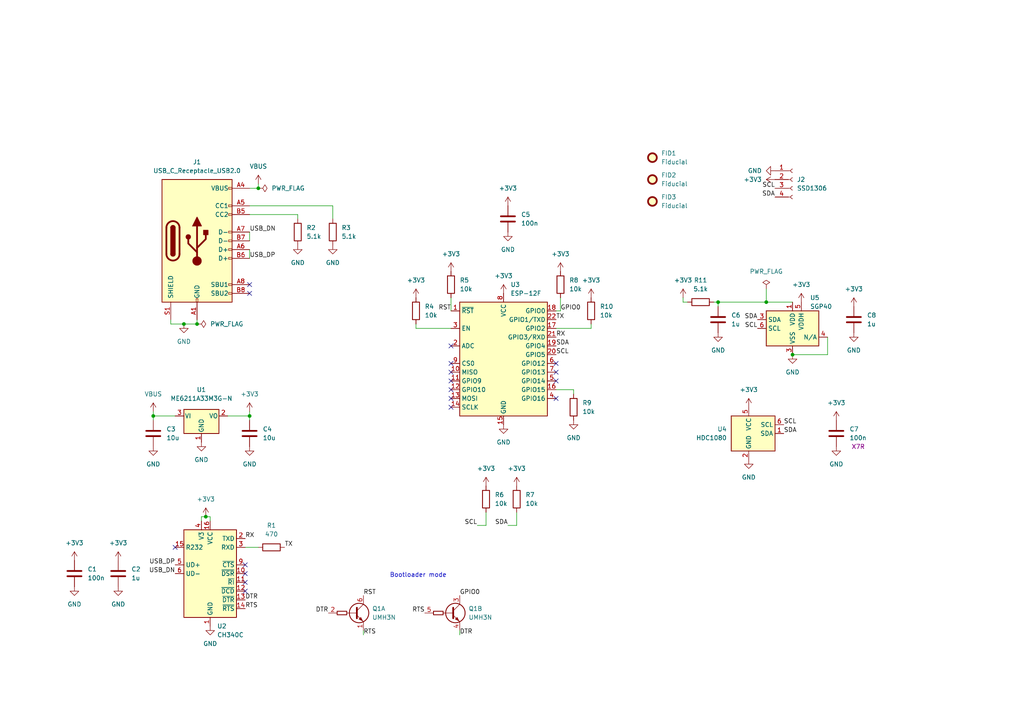
<source format=kicad_sch>
(kicad_sch (version 20211123) (generator eeschema)
  (paper "A4")
  (lib_symbols
    (symbol "Connector:Conn_01x04_Female" (pin_names (offset 1.016) hide)
      (property "Reference" "J" (at 0 5.08 0))
      (property "Value" "Conn_01x04_Female" (at 0 -7.62 0))
      (symbol "Conn_01x04_Female_1_1"
        (arc (start 0 -4.572) (mid -0.508 -5.08) (end 0 -5.588) (stroke (width 0.1524)))
        (arc (start 0 -2.032) (mid -0.508 -2.54) (end 0 -3.048) (stroke (width 0.1524)))
        (polyline (pts (xy -1.27 -5.08) (xy -0.508 -5.08)) (stroke (width 0.1524)))
        (polyline (pts (xy -1.27 -2.54) (xy -0.508 -2.54)) (stroke (width 0.1524)))
        (polyline (pts (xy -1.27 0) (xy -0.508 0)) (stroke (width 0.1524)))
        (polyline (pts (xy -1.27 2.54) (xy -0.508 2.54)) (stroke (width 0.1524)))
        (arc (start 0 0.508) (mid -0.508 0) (end 0 -0.508) (stroke (width 0.1524)))
        (arc (start 0 3.048) (mid -0.508 2.54) (end 0 2.032) (stroke (width 0.1524)))
        (pin passive line (at -5.08 2.54 0) (length 3.81) (name "Pin_1") (number "1"))
        (pin passive line (at -5.08 0 0) (length 3.81) (name "Pin_2") (number "2"))
        (pin passive line (at -5.08 -2.54 0) (length 3.81) (name "Pin_3") (number "3"))
        (pin passive line (at -5.08 -5.08 0) (length 3.81) (name "Pin_4") (number "4"))
      )
    )
    (symbol "Connector:USB_C_Receptacle_USB2.0" (pin_names (offset 1.016))
      (property "Reference" "J" (at -10.16 19.05 0))
      (property "Value" "USB_C_Receptacle_USB2.0" (at 19.05 19.05 0))
      (symbol "USB_C_Receptacle_USB2.0_0_0"
        (rectangle (start -0.254 -17.78) (end 0.254 -16.764))
        (rectangle (start 10.16 -14.986) (end 9.144 -15.494))
        (rectangle (start 10.16 -12.446) (end 9.144 -12.954))
        (rectangle (start 10.16 -4.826) (end 9.144 -5.334))
        (rectangle (start 10.16 -2.286) (end 9.144 -2.794))
        (rectangle (start 10.16 0.254) (end 9.144 -0.254))
        (rectangle (start 10.16 2.794) (end 9.144 2.286))
        (rectangle (start 10.16 7.874) (end 9.144 7.366))
        (rectangle (start 10.16 10.414) (end 9.144 9.906))
        (rectangle (start 10.16 15.494) (end 9.144 14.986))
      )
      (symbol "USB_C_Receptacle_USB2.0_0_1"
        (rectangle (start -10.16 17.78) (end 10.16 -17.78) (stroke (width 0.254)) (fill (type background)))
        (arc (start -8.89 -3.81) (mid -6.985 -5.715) (end -5.08 -3.81) (stroke (width 0.508)))
        (arc (start -7.62 -3.81) (mid -6.985 -4.445) (end -6.35 -3.81) (stroke (width 0.254)))
        (arc (start -7.62 -3.81) (mid -6.985 -4.445) (end -6.35 -3.81) (stroke (width 0.254)) (fill (type outline)))
        (rectangle (start -7.62 -3.81) (end -6.35 3.81) (stroke (width 0.254)) (fill (type outline)))
        (arc (start -6.35 3.81) (mid -6.985 4.445) (end -7.62 3.81) (stroke (width 0.254)))
        (arc (start -6.35 3.81) (mid -6.985 4.445) (end -7.62 3.81) (stroke (width 0.254)) (fill (type outline)))
        (arc (start -5.08 3.81) (mid -6.985 5.715) (end -8.89 3.81) (stroke (width 0.508)))
        (circle (center -2.54 1.143) (radius 0.635) (stroke (width 0.254)) (fill (type outline)))
        (circle (center 0 -5.842) (radius 1.27) (fill (type outline)))
        (polyline (pts (xy -8.89 -3.81) (xy -8.89 3.81)) (stroke (width 0.508)))
        (polyline (pts (xy -5.08 3.81) (xy -5.08 -3.81)) (stroke (width 0.508)))
        (polyline (pts (xy 0 -5.842) (xy 0 4.318)) (stroke (width 0.508)))
        (polyline (pts (xy 0 -3.302) (xy -2.54 -0.762) (xy -2.54 0.508)) (stroke (width 0.508)))
        (polyline (pts (xy 0 -2.032) (xy 2.54 0.508) (xy 2.54 1.778)) (stroke (width 0.508)))
        (polyline (pts (xy -1.27 4.318) (xy 0 6.858) (xy 1.27 4.318) (xy -1.27 4.318)) (stroke (width 0.254)) (fill (type outline)))
        (rectangle (start 1.905 1.778) (end 3.175 3.048) (stroke (width 0.254)) (fill (type outline)))
      )
      (symbol "USB_C_Receptacle_USB2.0_1_1"
        (pin passive line (at 0 -22.86 90) (length 5.08) (name "GND") (number "A1"))
        (pin passive line (at 0 -22.86 90) (length 5.08) hide (name "GND") (number "A12"))
        (pin passive line (at 15.24 15.24 180) (length 5.08) (name "VBUS") (number "A4"))
        (pin bidirectional line (at 15.24 10.16 180) (length 5.08) (name "CC1") (number "A5"))
        (pin bidirectional line (at 15.24 -2.54 180) (length 5.08) (name "D+") (number "A6"))
        (pin bidirectional line (at 15.24 2.54 180) (length 5.08) (name "D-") (number "A7"))
        (pin bidirectional line (at 15.24 -12.7 180) (length 5.08) (name "SBU1") (number "A8"))
        (pin passive line (at 15.24 15.24 180) (length 5.08) hide (name "VBUS") (number "A9"))
        (pin passive line (at 0 -22.86 90) (length 5.08) hide (name "GND") (number "B1"))
        (pin passive line (at 0 -22.86 90) (length 5.08) hide (name "GND") (number "B12"))
        (pin passive line (at 15.24 15.24 180) (length 5.08) hide (name "VBUS") (number "B4"))
        (pin bidirectional line (at 15.24 7.62 180) (length 5.08) (name "CC2") (number "B5"))
        (pin bidirectional line (at 15.24 -5.08 180) (length 5.08) (name "D+") (number "B6"))
        (pin bidirectional line (at 15.24 0 180) (length 5.08) (name "D-") (number "B7"))
        (pin bidirectional line (at 15.24 -15.24 180) (length 5.08) (name "SBU2") (number "B8"))
        (pin passive line (at 15.24 15.24 180) (length 5.08) hide (name "VBUS") (number "B9"))
        (pin passive line (at -7.62 -22.86 90) (length 5.08) (name "SHIELD") (number "S1"))
      )
    )
    (symbol "Device:C" (pin_numbers hide) (pin_names (offset 0.254))
      (property "Reference" "C" (at 0.635 2.54 0))
      (property "Value" "C" (at 0.635 -2.54 0))
      (symbol "C_0_1"
        (polyline (pts (xy -2.032 -0.762) (xy 2.032 -0.762)) (stroke (width 0.508)))
        (polyline (pts (xy -2.032 0.762) (xy 2.032 0.762)) (stroke (width 0.508)))
      )
      (symbol "C_1_1"
        (pin passive line (at 0 3.81 270) (length 2.794) (name "~") (number "1"))
        (pin passive line (at 0 -3.81 90) (length 2.794) (name "~") (number "2"))
      )
    )
    (symbol "Device:R" (pin_numbers hide) (pin_names (offset 0))
      (property "Reference" "R" (at 2.032 0 90))
      (property "Value" "R" (at 0 0 90))
      (symbol "R_0_1"
        (rectangle (start -1.016 -2.54) (end 1.016 2.54) (stroke (width 0.254)))
      )
      (symbol "R_1_1"
        (pin passive line (at 0 3.81 270) (length 1.27) (name "~") (number "1"))
        (pin passive line (at 0 -3.81 90) (length 1.27) (name "~") (number "2"))
      )
    )
    (symbol "Interface_USB:CH340C"
      (property "Reference" "U" (at -5.08 13.97 0))
      (property "Value" "CH340C" (at 1.27 13.97 0))
      (symbol "CH340C_0_1"
        (rectangle (start -7.62 12.7) (end 7.62 -12.7) (stroke (width 0.254)) (fill (type background)))
      )
      (symbol "CH340C_1_1"
        (pin power_in line (at 0 -15.24 90) (length 2.54) (name "GND") (number "1"))
        (pin input line (at 10.16 0 180) (length 2.54) (name "~{DSR}") (number "10"))
        (pin input line (at 10.16 -2.54 180) (length 2.54) (name "~{RI}") (number "11"))
        (pin input line (at 10.16 -5.08 180) (length 2.54) (name "~{DCD}") (number "12"))
        (pin output line (at 10.16 -7.62 180) (length 2.54) (name "~{DTR}") (number "13"))
        (pin output line (at 10.16 -10.16 180) (length 2.54) (name "~{RTS}") (number "14"))
        (pin input line (at -10.16 7.62 0) (length 2.54) (name "R232") (number "15"))
        (pin power_in line (at 0 15.24 270) (length 2.54) (name "VCC") (number "16"))
        (pin output line (at 10.16 10.16 180) (length 2.54) (name "TXD") (number "2"))
        (pin input line (at 10.16 7.62 180) (length 2.54) (name "RXD") (number "3"))
        (pin passive line (at -2.54 15.24 270) (length 2.54) (name "V3") (number "4"))
        (pin bidirectional line (at -10.16 2.54 0) (length 2.54) (name "UD+") (number "5"))
        (pin bidirectional line (at -10.16 0 0) (length 2.54) (name "UD-") (number "6"))
        (pin no_connect line (at -7.62 -7.62 0) (length 2.54) hide (name "NC") (number "7"))
        (pin no_connect line (at -7.62 -10.16 0) (length 2.54) hide (name "NC") (number "8"))
        (pin input line (at 10.16 2.54 180) (length 2.54) (name "~{CTS}") (number "9"))
      )
    )
    (symbol "Mechanical:Fiducial"
      (property "Reference" "FID" (at 0 5.08 0))
      (property "Value" "Fiducial" (at 0 3.175 0))
      (symbol "Fiducial_0_1"
        (circle (center 0 0) (radius 1.27) (stroke (width 0.508)) (fill (type background)))
      )
    )
    (symbol "RF_Module:ESP-12F"
      (property "Reference" "U" (at -12.7 19.05 0))
      (property "Value" "ESP-12F" (at 12.7 19.05 0))
      (symbol "ESP-12F_0_1"
        (rectangle (start -12.7 17.78) (end 12.7 -15.24) (stroke (width 0.254)) (fill (type background)))
      )
      (symbol "ESP-12F_1_1"
        (pin input line (at -15.24 15.24 0) (length 2.54) (name "~{RST}") (number "1"))
        (pin bidirectional line (at -15.24 -2.54 0) (length 2.54) (name "MISO") (number "10"))
        (pin bidirectional line (at -15.24 -5.08 0) (length 2.54) (name "GPIO9") (number "11"))
        (pin bidirectional line (at -15.24 -7.62 0) (length 2.54) (name "GPIO10") (number "12"))
        (pin bidirectional line (at -15.24 -10.16 0) (length 2.54) (name "MOSI") (number "13"))
        (pin bidirectional line (at -15.24 -12.7 0) (length 2.54) (name "SCLK") (number "14"))
        (pin power_in line (at 0 -17.78 90) (length 2.54) (name "GND") (number "15"))
        (pin bidirectional line (at 15.24 -7.62 180) (length 2.54) (name "GPIO15") (number "16"))
        (pin bidirectional line (at 15.24 10.16 180) (length 2.54) (name "GPIO2") (number "17"))
        (pin bidirectional line (at 15.24 15.24 180) (length 2.54) (name "GPIO0") (number "18"))
        (pin bidirectional line (at 15.24 5.08 180) (length 2.54) (name "GPIO4") (number "19"))
        (pin input line (at -15.24 5.08 0) (length 2.54) (name "ADC") (number "2"))
        (pin bidirectional line (at 15.24 2.54 180) (length 2.54) (name "GPIO5") (number "20"))
        (pin bidirectional line (at 15.24 7.62 180) (length 2.54) (name "GPIO3/RXD") (number "21"))
        (pin bidirectional line (at 15.24 12.7 180) (length 2.54) (name "GPIO1/TXD") (number "22"))
        (pin input line (at -15.24 10.16 0) (length 2.54) (name "EN") (number "3"))
        (pin bidirectional line (at 15.24 -10.16 180) (length 2.54) (name "GPIO16") (number "4"))
        (pin bidirectional line (at 15.24 -5.08 180) (length 2.54) (name "GPIO14") (number "5"))
        (pin bidirectional line (at 15.24 0 180) (length 2.54) (name "GPIO12") (number "6"))
        (pin bidirectional line (at 15.24 -2.54 180) (length 2.54) (name "GPIO13") (number "7"))
        (pin power_in line (at 0 20.32 270) (length 2.54) (name "VCC") (number "8"))
        (pin input line (at -15.24 0 0) (length 2.54) (name "CS0") (number "9"))
      )
    )
    (symbol "Sensor_Humidity:HDC1080"
      (property "Reference" "U" (at -6.35 6.35 0))
      (property "Value" "HDC1080" (at 3.81 6.35 0))
      (symbol "HDC1080_0_1"
        (rectangle (start -7.62 5.08) (end 5.08 -5.08) (stroke (width 0.254)) (fill (type background)))
      )
      (symbol "HDC1080_1_1"
        (pin bidirectional line (at 7.62 0 180) (length 2.54) (name "SDA") (number "1"))
        (pin power_in line (at -2.54 -7.62 90) (length 2.54) (name "GND") (number "2"))
        (pin no_connect line (at -7.62 0 0) (length 2.54) hide (name "NC") (number "3"))
        (pin no_connect line (at -7.62 -2.54 0) (length 2.54) hide (name "NC") (number "4"))
        (pin power_in line (at -2.54 7.62 270) (length 2.54) (name "VCC") (number "5"))
        (pin input line (at 7.62 2.54 180) (length 2.54) (name "SCL") (number "6"))
        (pin no_connect line (at -7.62 2.54 0) (length 2.54) hide (name "DAP") (number "7"))
      )
    )
    (symbol "Transistor_BJT:UMH3N" (pin_names hide)
      (property "Reference" "Q" (at 7.62 1.27 0))
      (property "Value" "UMH3N" (at 7.62 -1.27 0))
      (symbol "UMH3N_0_1"
        (polyline (pts (xy 3.175 0) (xy 0.254 0)))
        (polyline (pts (xy 3.175 0.635) (xy 5.08 2.54)))
        (polyline (pts (xy 3.175 1.524) (xy 3.175 -1.524)) (stroke (width 0.508)))
        (polyline (pts (xy 3.175 -0.635) (xy 5.08 -2.54) (xy 5.08 -2.54)))
        (polyline (pts (xy 3.81 -1.778) (xy 4.318 -1.27) (xy 4.826 -2.286) (xy 3.81 -1.778) (xy 3.81 -1.778)) (fill (type outline)))
        (rectangle (start 0.254 0.508) (end -2.54 -0.508) (stroke (width 0.254)))
        (circle (center 3.81 0) (radius 2.8194) (stroke (width 0.254)))
      )
      (symbol "UMH3N_1_1"
        (pin passive line (at 5.08 -5.08 90) (length 2.54) (name "E1") (number "1"))
        (pin input line (at -5.08 0 0) (length 2.54) (name "B1") (number "2"))
        (pin passive line (at 5.08 5.08 270) (length 2.54) (name "C1") (number "6"))
      )
      (symbol "UMH3N_2_1"
        (pin passive line (at 5.08 5.08 270) (length 2.54) (name "C2") (number "3"))
        (pin passive line (at 5.08 -5.08 90) (length 2.54) (name "E2") (number "4"))
        (pin input line (at -5.08 0 0) (length 2.54) (name "B2") (number "5"))
      )
    )
    (symbol "air-quality:ME6211A33M3G-N" (pin_names (offset 0.254))
      (property "Reference" "U" (at -3.81 3.175 0))
      (property "Value" "ME6211A33M3G-N" (at 0 3.175 0))
      (symbol "ME6211A33M3G-N_0_1"
        (rectangle (start -5.08 -5.08) (end 5.08 1.905) (stroke (width 0.254)) (fill (type background)))
      )
      (symbol "ME6211A33M3G-N_1_1"
        (pin power_in line (at 0 -7.62 90) (length 2.54) (name "GND") (number "1"))
        (pin power_out line (at 7.62 0 180) (length 2.54) (name "VO") (number "2"))
        (pin power_in line (at -7.62 0 0) (length 2.54) (name "VI") (number "3"))
      )
    )
    (symbol "air-quality:SGP40"
      (property "Reference" "U" (at 2.54 -7.62 0))
      (property "Value" "SGP40" (at 5.08 -10.16 0))
      (symbol "SGP40_0_1"
        (rectangle (start -7.62 5.08) (end 7.62 -5.08) (stroke (width 0.254)) (fill (type background)))
      )
      (symbol "SGP40_1_1"
        (pin power_in line (at 0 7.62 270) (length 2.54) (name "VDD") (number "1"))
        (pin bidirectional line (at -10.16 2.54 0) (length 2.54) (name "SDA") (number "3"))
        (pin power_in line (at 0 -7.62 90) (length 2.54) (name "VSS") (number "3"))
        (pin passive line (at 10.16 -2.54 180) (length 2.54) (name "N/A") (number "4"))
        (pin power_in line (at 2.54 7.62 270) (length 2.54) (name "VDDH") (number "5"))
        (pin input line (at -10.16 0 0) (length 2.54) (name "SCL") (number "6"))
        (pin passive line (at 0 -7.62 90) (length 2.54) hide (name "VSS") (number "7"))
      )
    )
    (symbol "power:+3.3V" (power) (pin_names (offset 0))
      (property "Value" "+3.3V" (at 0 3.556 0))
      (symbol "+3.3V_0_1"
        (polyline (pts (xy -0.762 1.27) (xy 0 2.54)))
        (polyline (pts (xy 0 0) (xy 0 2.54)))
        (polyline (pts (xy 0 2.54) (xy 0.762 1.27)))
      )
      (symbol "+3.3V_1_1"
        (pin power_in line (at 0 0 90) (length 0) hide (name "+3V3") (number "1"))
      )
    )
    (symbol "power:GND" (power) (pin_names (offset 0))
      (property "Value" "GND" (at 0 -3.81 0))
      (symbol "GND_0_1"
        (polyline (pts (xy 0 0) (xy 0 -1.27) (xy 1.27 -1.27) (xy 0 -2.54) (xy -1.27 -1.27) (xy 0 -1.27)))
      )
      (symbol "GND_1_1"
        (pin power_in line (at 0 0 270) (length 0) hide (name "GND") (number "1"))
      )
    )
    (symbol "power:PWR_FLAG" (power) (pin_numbers hide) (pin_names (offset 0) hide)
      (property "Value" "PWR_FLAG" (at 0 3.81 0))
      (symbol "PWR_FLAG_0_0"
        (pin power_out line (at 0 0 90) (length 0) (name "pwr") (number "1"))
      )
      (symbol "PWR_FLAG_0_1"
        (polyline (pts (xy 0 0) (xy 0 1.27) (xy -1.016 1.905) (xy 0 2.54) (xy 1.016 1.905) (xy 0 1.27)))
      )
    )
    (symbol "power:VBUS" (power) (pin_names (offset 0))
      (property "Value" "VBUS" (at 0 3.81 0))
      (symbol "VBUS_0_1"
        (polyline (pts (xy -0.762 1.27) (xy 0 2.54)))
        (polyline (pts (xy 0 0) (xy 0 2.54)))
        (polyline (pts (xy 0 2.54) (xy 0.762 1.27)))
      )
      (symbol "VBUS_1_1"
        (pin power_in line (at 0 0 90) (length 0) hide (name "VBUS") (number "1"))
      )
    )
  )
  (junction (at 74.93 54.61))
  (junction (at 72.39 120.65))
  (junction (at 222.25 87.63))
  (junction (at 57.15 93.98))
  (junction (at 59.69 149.86))
  (junction (at 53.34 93.98))
  (junction (at 208.28 87.63))
  (junction (at 229.87 102.87))
  (junction (at 44.45 120.65))
  (no_connect (at 71.12 166.37))
  (no_connect (at 71.12 168.91))
  (no_connect (at 71.12 171.45))
  (no_connect (at 50.8 158.75))
  (no_connect (at 71.12 163.83))
  (no_connect (at 130.81 115.57))
  (no_connect (at 130.81 100.33))
  (no_connect (at 130.81 118.11))
  (no_connect (at 130.81 113.03))
  (no_connect (at 130.81 110.49))
  (no_connect (at 130.81 107.95))
  (no_connect (at 130.81 105.41))
  (no_connect (at 161.29 105.41))
  (no_connect (at 161.29 107.95))
  (no_connect (at 161.29 110.49))
  (no_connect (at 161.29 115.57))
  (no_connect (at 72.39 82.55))
  (no_connect (at 72.39 85.09))
  (wire (pts (xy 120.65 93.98) (xy 120.65 95.25)))
  (wire (pts (xy 74.93 54.61) (xy 72.39 54.61)))
  (wire (pts (xy 60.96 149.86) (xy 60.96 151.13)))
  (wire (pts (xy 130.81 86.36) (xy 130.81 90.17)))
  (wire (pts (xy 133.35 182.88) (xy 133.35 184.15)))
  (wire (pts (xy 198.12 87.63) (xy 199.39 87.63)))
  (wire (pts (xy 72.39 72.39) (xy 72.39 74.93)))
  (wire (pts (xy 149.86 152.4) (xy 149.86 148.59)))
  (wire (pts (xy 72.39 120.65) (xy 66.04 120.65)))
  (wire (pts (xy 58.42 149.86) (xy 58.42 151.13)))
  (wire (pts (xy 140.97 148.59) (xy 140.97 152.4)))
  (wire (pts (xy 105.41 182.88) (xy 105.41 184.15)))
  (wire (pts (xy 59.69 149.86) (xy 60.96 149.86)))
  (wire (pts (xy 198.12 86.36) (xy 198.12 87.63)))
  (wire (pts (xy 120.65 95.25) (xy 130.81 95.25)))
  (wire (pts (xy 240.03 97.79) (xy 240.03 102.87)))
  (wire (pts (xy 171.45 93.98) (xy 171.45 95.25)))
  (wire (pts (xy 53.34 93.98) (xy 49.53 93.98)))
  (wire (pts (xy 162.56 90.17) (xy 161.29 90.17)))
  (wire (pts (xy 53.34 93.98) (xy 57.15 93.98)))
  (wire (pts (xy 44.45 119.38) (xy 44.45 120.65)))
  (wire (pts (xy 72.39 67.31) (xy 72.39 69.85)))
  (wire (pts (xy 229.87 102.87) (xy 240.03 102.87)))
  (wire (pts (xy 208.28 87.63) (xy 207.01 87.63)))
  (wire (pts (xy 86.36 63.5) (xy 86.36 62.23)))
  (wire (pts (xy 49.53 93.98) (xy 49.53 92.71)))
  (wire (pts (xy 71.12 158.75) (xy 74.93 158.75)))
  (wire (pts (xy 44.45 120.65) (xy 50.8 120.65)))
  (wire (pts (xy 57.15 93.98) (xy 57.15 92.71)))
  (wire (pts (xy 74.93 53.34) (xy 74.93 54.61)))
  (wire (pts (xy 44.45 120.65) (xy 44.45 121.92)))
  (wire (pts (xy 72.39 120.65) (xy 72.39 121.92)))
  (wire (pts (xy 222.25 83.82) (xy 222.25 87.63)))
  (wire (pts (xy 208.28 87.63) (xy 222.25 87.63)))
  (wire (pts (xy 171.45 95.25) (xy 161.29 95.25)))
  (wire (pts (xy 138.43 152.4) (xy 140.97 152.4)))
  (wire (pts (xy 96.52 59.69) (xy 72.39 59.69)))
  (wire (pts (xy 72.39 119.38) (xy 72.39 120.65)))
  (wire (pts (xy 166.37 114.3) (xy 166.37 113.03)))
  (wire (pts (xy 96.52 63.5) (xy 96.52 59.69)))
  (wire (pts (xy 162.56 86.36) (xy 162.56 90.17)))
  (wire (pts (xy 72.39 62.23) (xy 86.36 62.23)))
  (wire (pts (xy 59.69 149.86) (xy 58.42 149.86)))
  (wire (pts (xy 147.32 152.4) (xy 149.86 152.4)))
  (wire (pts (xy 208.28 88.9) (xy 208.28 87.63)))
  (wire (pts (xy 222.25 87.63) (xy 229.87 87.63)))
  (wire (pts (xy 166.37 113.03) (xy 161.29 113.03)))
  (text "Bootloader mode" (at 113.03 167.64 0) (effects (font (size 1.27 1.27)) (justify left bottom)))
  (label "TX" (at 82.55 158.75 0))
  (label "RTS" (at 105.41 184.15 0))
  (label "RX" (at 161.29 97.79 0))
  (label "RTS" (at 71.12 176.53 0))
  (label "USB_DN" (at 72.39 67.31 0))
  (label "TX" (at 161.29 92.71 0))
  (label "DTR" (at 133.35 184.15 0))
  (label "RTS" (at 123.19 177.8 180))
  (label "SCL" (at 227.33 123.19 0))
  (label "SCL" (at 224.79 54.61 180))
  (label "GPIO0" (at 133.35 172.72 0))
  (label "GPIO0" (at 162.56 90.17 0))
  (label "SCL" (at 138.43 152.4 180))
  (label "SDA" (at 161.29 100.33 0))
  (label "SCL" (at 219.71 95.25 180))
  (label "SDA" (at 227.33 125.73 0))
  (label "SDA" (at 224.79 57.15 180))
  (label "SCL" (at 161.29 102.87 0))
  (label "SDA" (at 219.71 92.71 180))
  (label "USB_DN" (at 50.8 166.37 180))
  (label "USB_DP" (at 72.39 74.93 0))
  (label "DTR" (at 95.25 177.8 180))
  (label "SDA" (at 147.32 152.4 180))
  (label "RST" (at 130.81 90.17 180))
  (label "RX" (at 71.12 156.21 0))
  (label "USB_DP" (at 50.8 163.83 180))
  (label "DTR" (at 71.12 173.99 0))
  (label "RST" (at 105.41 172.72 0))
  (symbol (lib_id "air-quality:SGP40") (at 229.87 95.25 0) (unit 1)
    (property "Reference" "U5" (at 234.95 86.36 0) (effects (justify left)))
    (property "Value" "SGP40" (at 234.95 88.9 0) (effects (justify left)))
    (property "Footprint" "air-quality:DFN-6-1EP_2.44x2.44mm_P0.8mm_EP1.25x1.64mm" (effects hide))
    (property "Datasheet" "https://www.sensirion.com/fileadmin/user_upload/customers/sensirion/Dokumente/9_Gas_Sensors/Datasheets/Sensirion_Gas_Sensors_Datasheet_SGP40.pdf" (effects hide))
  )
  (symbol (lib_id "power:GND") (at 34.29 170.18 0) (unit 1)
    (property "Reference" "#PWR04" (effects hide))
    (property "Value" "GND" (at 34.29 175.26 0))
  )
  (symbol (lib_id "power:+3.3V") (at 247.65 88.9 0) (unit 1)
    (property "Reference" "#PWR037" (effects hide))
    (property "Value" "+3.3V" (at 247.65 83.82 0))
  )
  (symbol (lib_id "Sensor_Humidity:HDC1080") (at 219.71 125.73 0) (unit 1)
    (property "Reference" "U4" (at 210.82 124.4599 0) (effects (justify right)))
    (property "Value" "HDC1080" (at 210.82 126.9999 0) (effects (justify right)))
    (property "Footprint" "Package_SON:Texas_PWSON-N6" (effects hide))
    (property "Datasheet" "http://www.ti.com/lit/ds/symlink/hdc1080.pdf" (effects hide))
    (property "LCSC" "C82227" (effects hide))
  )
  (symbol (lib_id "Device:C") (at 72.39 125.73 0) (unit 1)
    (property "Reference" "C4" (at 76.2 124.4599 0) (effects (justify left)))
    (property "Value" "10u" (at 76.2 126.9999 0) (effects (justify left)))
    (property "Footprint" "Capacitor_SMD:C_0805_2012Metric" (effects hide))
    (property "LCSC" "C17024" (effects hide))
  )
  (symbol (lib_id "RF_Module:ESP-12F") (at 146.05 105.41 0) (unit 1)
    (property "Reference" "U3" (at 148.0694 82.55 0) (effects (justify left)))
    (property "Value" "ESP-12F" (at 148.0694 85.09 0) (effects (justify left)))
    (property "Footprint" "RF_Module:ESP-12E" (effects hide))
    (property "Datasheet" "http://wiki.ai-thinker.com/_media/esp8266/esp8266_series_modules_user_manual_v1.1.pdf" (effects hide))
    (property "LCSC" "C82891" (effects hide))
  )
  (symbol (lib_id "power:GND") (at 58.42 128.27 0) (unit 1)
    (property "Reference" "#PWR08" (effects hide))
    (property "Value" "GND" (at 58.42 133.35 0))
  )
  (symbol (lib_id "power:+3.3V") (at 147.32 59.69 0) (unit 1)
    (property "Reference" "#PWR021" (effects hide))
    (property "Value" "+3.3V" (at 147.32 54.61 0))
  )
  (symbol (lib_id "Device:C") (at 44.45 125.73 0) (unit 1)
    (property "Reference" "C3" (at 48.26 124.4599 0) (effects (justify left)))
    (property "Value" "10u" (at 48.26 126.9999 0) (effects (justify left)))
    (property "Footprint" "Capacitor_SMD:C_0805_2012Metric" (effects hide))
    (property "LCSC" "C17024" (effects hide))
  )
  (symbol (lib_id "Device:R") (at 120.65 90.17 0) (unit 1)
    (property "Reference" "R4" (at 123.19 88.8999 0) (effects (justify left)))
    (property "Value" "10k" (at 123.19 91.4399 0) (effects (justify left)))
    (property "Footprint" "Resistor_SMD:R_0805_2012Metric" (effects hide))
    (property "LCSC" "C115295" (effects hide))
  )
  (symbol (lib_id "power:GND") (at 96.52 71.12 0) (unit 1)
    (property "Reference" "#PWR015" (effects hide))
    (property "Value" "GND" (at 96.52 76.2 0))
  )
  (symbol (lib_id "power:GND") (at 21.59 170.18 0) (unit 1)
    (property "Reference" "#PWR02" (effects hide))
    (property "Value" "GND" (at 21.59 175.26 0))
  )
  (symbol (lib_id "Device:C") (at 208.28 92.71 0) (unit 1)
    (property "Reference" "C6" (at 212.09 91.4399 0) (effects (justify left)))
    (property "Value" "1u" (at 212.09 93.9799 0) (effects (justify left)))
    (property "Footprint" "Capacitor_SMD:C_0805_2012Metric" (effects hide))
    (property "LCSC" "C16834" (effects hide))
  )
  (symbol (lib_id "power:GND") (at 146.05 123.19 0) (unit 1)
    (property "Reference" "#PWR020" (effects hide))
    (property "Value" "GND" (at 146.05 128.27 0))
  )
  (symbol (lib_id "power:GND") (at 229.87 102.87 0) (unit 1)
    (property "Reference" "#PWR033" (effects hide))
    (property "Value" "GND" (at 229.87 107.95 0))
  )
  (symbol (lib_id "power:GND") (at 72.39 129.54 0) (unit 1)
    (property "Reference" "#PWR012" (effects hide))
    (property "Value" "GND" (at 72.39 134.62 0))
  )
  (symbol (lib_id "power:+3.3V") (at 59.69 149.86 0) (unit 1)
    (property "Reference" "#PWR09" (effects hide))
    (property "Value" "+3.3V" (at 59.69 144.78 0))
  )
  (symbol (lib_id "power:+3.3V") (at 198.12 86.36 0) (unit 1)
    (property "Reference" "#PWR027" (effects hide))
    (property "Value" "+3.3V" (at 198.12 81.28 0))
  )
  (symbol (lib_id "power:+3.3V") (at 149.86 140.97 0) (unit 1)
    (property "Reference" "#PWR023" (effects hide))
    (property "Value" "+3.3V" (at 149.86 135.89 0))
  )
  (symbol (lib_id "power:+3.3V") (at 162.56 78.74 0) (unit 1)
    (property "Reference" "#PWR024" (effects hide))
    (property "Value" "+3.3V" (at 162.56 73.66 0))
  )
  (symbol (lib_id "air-quality:ME6211A33M3G-N") (at 58.42 120.65 0) (unit 1)
    (property "Reference" "U1" (at 58.42 113.03 0))
    (property "Value" "ME6211A33M3G-N" (at 58.42 115.57 0))
    (property "Footprint" "Package_TO_SOT_SMD:SOT-23" (effects hide))
    (property "LCSC" "C168807" (effects hide))
  )
  (symbol (lib_id "power:+3.3V") (at 146.05 85.09 0) (unit 1)
    (property "Reference" "#PWR019" (effects hide))
    (property "Value" "+3.3V" (at 146.05 80.01 0))
  )
  (symbol (lib_id "Device:R") (at 96.52 67.31 0) (unit 1)
    (property "Reference" "R3" (at 99.06 66.0399 0) (effects (justify left)))
    (property "Value" "5.1k" (at 99.06 68.5799 0) (effects (justify left)))
    (property "Footprint" "Resistor_SMD:R_0805_2012Metric" (effects hide))
    (property "LCSC" "C115337" (effects hide))
  )
  (symbol (lib_id "Device:C") (at 242.57 125.73 0) (unit 1)
    (property "Reference" "C7" (at 246.38 124.4599 0) (effects (justify left)))
    (property "Value" "100n" (at 246.38 126.9999 0) (effects (justify left)))
    (property "Footprint" "Capacitor_SMD:C_0805_2012Metric" (effects hide))
    (property "Note" "X7R" (at 248.92 129.54 0))
    (property "LCSC" "C476766" (effects hide))
  )
  (symbol (lib_id "Device:R") (at 78.74 158.75 90) (unit 1)
    (property "Reference" "R1" (at 78.74 152.4 90))
    (property "Value" "470" (at 78.74 154.94 90))
    (property "Footprint" "Resistor_SMD:R_0805_2012Metric" (effects hide))
    (property "LCSC" "C119076" (effects hide))
  )
  (symbol (lib_id "Interface_USB:CH340C") (at 60.96 166.37 0) (unit 1)
    (property "Reference" "U2" (at 62.9794 181.61 0) (effects (justify left)))
    (property "Value" "CH340C" (at 62.9794 184.15 0) (effects (justify left)))
    (property "Footprint" "Package_SO:SOIC-16_3.9x9.9mm_P1.27mm" (effects hide))
    (property "Datasheet" "https://datasheet.lcsc.com/szlcsc/Jiangsu-Qin-Heng-CH340C_C84681.pdf" (effects hide))
    (property "LCSC" "C84681" (effects hide))
  )
  (symbol (lib_id "Device:R") (at 149.86 144.78 0) (unit 1)
    (property "Reference" "R7" (at 152.4 143.5099 0) (effects (justify left)))
    (property "Value" "10k" (at 152.4 146.0499 0) (effects (justify left)))
    (property "Footprint" "Resistor_SMD:R_0805_2012Metric" (effects hide))
    (property "LCSC" "C115295" (effects hide))
  )
  (symbol (lib_id "power:+3.3V") (at 232.41 87.63 0) (unit 1)
    (property "Reference" "#PWR034" (effects hide))
    (property "Value" "+3.3V" (at 232.41 82.55 0))
  )
  (symbol (lib_id "Device:R") (at 162.56 82.55 0) (unit 1)
    (property "Reference" "R8" (at 165.1 81.2799 0) (effects (justify left)))
    (property "Value" "10k" (at 165.1 83.8199 0) (effects (justify left)))
    (property "Footprint" "Resistor_SMD:R_0805_2012Metric" (effects hide))
    (property "LCSC" "C115295" (effects hide))
  )
  (symbol (lib_id "power:VBUS") (at 74.93 53.34 0) (unit 1)
    (property "Reference" "#PWR013" (effects hide))
    (property "Value" "VBUS" (at 74.93 48.26 0))
  )
  (symbol (lib_id "power:+3.3V") (at 242.57 121.92 0) (unit 1)
    (property "Reference" "#PWR035" (effects hide))
    (property "Value" "+3.3V" (at 242.57 116.84 0))
  )
  (symbol (lib_id "Device:R") (at 171.45 90.17 0) (unit 1)
    (property "Reference" "R10" (at 173.99 88.8999 0) (effects (justify left)))
    (property "Value" "10k" (at 173.99 91.4399 0) (effects (justify left)))
    (property "Footprint" "Resistor_SMD:R_0805_2012Metric" (effects hide))
    (property "LCSC" "C115295" (effects hide))
  )
  (symbol (lib_id "Mechanical:Fiducial") (at 189.23 45.72 0) (unit 1)
    (property "Reference" "FID1" (at 191.77 44.4499 0) (effects (justify left)))
    (property "Value" "Fiducial" (at 191.77 46.9899 0) (effects (justify left)))
    (property "Footprint" "Fiducial:Fiducial_0.5mm_Mask1mm" (effects hide))
  )
  (symbol (lib_id "power:+3.3V") (at 217.17 118.11 0) (unit 1)
    (property "Reference" "#PWR029" (effects hide))
    (property "Value" "+3.3V" (at 217.17 113.03 0))
  )
  (symbol (lib_id "power:GND") (at 86.36 71.12 0) (unit 1)
    (property "Reference" "#PWR014" (effects hide))
    (property "Value" "GND" (at 86.36 76.2 0))
  )
  (symbol (lib_id "Device:R") (at 203.2 87.63 90) (unit 1)
    (property "Reference" "R11" (at 203.2 81.28 90))
    (property "Value" "5.1k" (at 203.2 83.82 90))
    (property "Footprint" "Resistor_SMD:R_0805_2012Metric" (effects hide))
    (property "LCSC" "C115337" (effects hide))
  )
  (symbol (lib_id "power:GND") (at 60.96 181.61 0) (unit 1)
    (property "Reference" "#PWR010" (effects hide))
    (property "Value" "GND" (at 60.96 186.69 0))
  )
  (symbol (lib_id "power:+3.3V") (at 21.59 162.56 0) (unit 1)
    (property "Reference" "#PWR01" (effects hide))
    (property "Value" "+3.3V" (at 21.59 157.48 0))
  )
  (symbol (lib_id "power:PWR_FLAG") (at 222.25 83.82 0) (unit 1)
    (property "Reference" "#FLG03" (effects hide))
    (property "Value" "PWR_FLAG" (at 222.25 78.74 0))
  )
  (symbol (lib_id "power:+3.3V") (at 171.45 86.36 0) (unit 1)
    (property "Reference" "#PWR026" (effects hide))
    (property "Value" "+3.3V" (at 171.45 81.28 0))
  )
  (symbol (lib_id "power:GND") (at 224.79 49.53 270) (unit 1)
    (property "Reference" "#PWR031" (effects hide))
    (property "Value" "GND" (at 220.98 49.5299 90) (effects (justify right)))
  )
  (symbol (lib_id "Device:R") (at 166.37 118.11 0) (unit 1)
    (property "Reference" "R9" (at 168.91 116.8399 0) (effects (justify left)))
    (property "Value" "10k" (at 168.91 119.3799 0) (effects (justify left)))
    (property "Footprint" "Resistor_SMD:R_0805_2012Metric" (effects hide))
    (property "LCSC" "C115295" (effects hide))
  )
  (symbol (lib_id "power:GND") (at 217.17 133.35 0) (unit 1)
    (property "Reference" "#PWR030" (effects hide))
    (property "Value" "GND" (at 217.17 138.43 0))
  )
  (symbol (lib_id "power:+3.3V") (at 224.79 52.07 90) (unit 1)
    (property "Reference" "#PWR032" (effects hide))
    (property "Value" "+3.3V" (at 220.98 52.0699 90) (effects (justify left)))
  )
  (symbol (lib_id "power:GND") (at 44.45 129.54 0) (unit 1)
    (property "Reference" "#PWR06" (effects hide))
    (property "Value" "GND" (at 44.45 134.62 0))
  )
  (symbol (lib_id "Device:C") (at 247.65 92.71 0) (unit 1)
    (property "Reference" "C8" (at 251.46 91.4399 0) (effects (justify left)))
    (property "Value" "1u" (at 251.46 93.9799 0) (effects (justify left)))
    (property "Footprint" "Capacitor_SMD:C_0805_2012Metric" (effects hide))
    (property "LCSC" "C16834" (effects hide))
  )
  (symbol (lib_id "Device:R") (at 86.36 67.31 0) (unit 1)
    (property "Reference" "R2" (at 88.9 66.0399 0) (effects (justify left)))
    (property "Value" "5.1k" (at 88.9 68.5799 0) (effects (justify left)))
    (property "Footprint" "Resistor_SMD:R_0805_2012Metric" (effects hide))
    (property "LCSC" "C115337" (effects hide))
  )
  (symbol (lib_id "power:GND") (at 166.37 121.92 0) (unit 1)
    (property "Reference" "#PWR025" (effects hide))
    (property "Value" "GND" (at 166.37 127 0))
  )
  (symbol (lib_id "power:GND") (at 247.65 96.52 0) (unit 1)
    (property "Reference" "#PWR038" (effects hide))
    (property "Value" "GND" (at 247.65 101.6 0))
  )
  (symbol (lib_id "power:PWR_FLAG") (at 74.93 54.61 270) (unit 1)
    (property "Reference" "#FLG02" (effects hide))
    (property "Value" "PWR_FLAG" (at 78.74 54.6099 90) (effects (justify left)))
  )
  (symbol (lib_id "Connector:Conn_01x04_Female") (at 229.87 52.07 0) (unit 1)
    (property "Reference" "J2" (at 231.14 52.0699 0) (effects (justify left)))
    (property "Value" "SSD1306" (at 231.14 54.6099 0) (effects (justify left)))
    (property "Footprint" "Connector_PinSocket_2.54mm:PinSocket_1x04_P2.54mm_Vertical" (effects hide))
  )
  (symbol (lib_id "power:GND") (at 147.32 67.31 0) (unit 1)
    (property "Reference" "#PWR022" (effects hide))
    (property "Value" "GND" (at 147.32 72.39 0))
  )
  (symbol (lib_id "Transistor_BJT:UMH3N") (at 128.27 177.8 0) (unit 2)
    (property "Reference" "Q1" (at 135.89 176.5299 0) (effects (justify left)))
    (property "Value" "UMH3N" (at 135.89 179.0699 0) (effects (justify left)))
    (property "Footprint" "Package_TO_SOT_SMD:SOT-363_SC-70-6" (effects hide))
    (property "Datasheet" "http://rohmfs.rohm.com/en/products/databook/datasheet/discrete/transistor/digital/emh3t2r-e.pdf" (effects hide))
    (property "LCSC" "C62892" (effects hide))
  )
  (symbol (lib_id "Device:R") (at 130.81 82.55 0) (unit 1)
    (property "Reference" "R5" (at 133.35 81.2799 0) (effects (justify left)))
    (property "Value" "10k" (at 133.35 83.8199 0) (effects (justify left)))
    (property "Footprint" "Resistor_SMD:R_0805_2012Metric" (effects hide))
    (property "LCSC" "C115295" (effects hide))
  )
  (symbol (lib_id "Mechanical:Fiducial") (at 189.23 58.42 0) (unit 1)
    (property "Reference" "FID3" (at 191.77 57.1499 0) (effects (justify left)))
    (property "Value" "Fiducial" (at 191.77 59.6899 0) (effects (justify left)))
    (property "Footprint" "Fiducial:Fiducial_0.5mm_Mask1mm" (effects hide))
  )
  (symbol (lib_id "power:+3.3V") (at 72.39 119.38 0) (unit 1)
    (property "Reference" "#PWR011" (effects hide))
    (property "Value" "+3.3V" (at 72.39 114.3 0))
  )
  (symbol (lib_id "Device:C") (at 34.29 166.37 0) (unit 1)
    (property "Reference" "C2" (at 38.1 165.0999 0) (effects (justify left)))
    (property "Value" "1u" (at 38.1 167.6399 0) (effects (justify left)))
    (property "Footprint" "Capacitor_SMD:C_0805_2012Metric" (effects hide))
    (property "LCSC" "C16834" (effects hide))
  )
  (symbol (lib_id "power:+3.3V") (at 130.81 78.74 0) (unit 1)
    (property "Reference" "#PWR017" (effects hide))
    (property "Value" "+3.3V" (at 130.81 73.66 0))
  )
  (symbol (lib_id "power:GND") (at 208.28 96.52 0) (unit 1)
    (property "Reference" "#PWR028" (effects hide))
    (property "Value" "GND" (at 208.28 101.6 0))
  )
  (symbol (lib_id "power:+3.3V") (at 34.29 162.56 0) (unit 1)
    (property "Reference" "#PWR03" (effects hide))
    (property "Value" "+3.3V" (at 34.29 157.48 0))
  )
  (symbol (lib_id "Mechanical:Fiducial") (at 189.23 52.07 0) (unit 1)
    (property "Reference" "FID2" (at 191.77 50.7999 0) (effects (justify left)))
    (property "Value" "Fiducial" (at 191.77 53.3399 0) (effects (justify left)))
    (property "Footprint" "Fiducial:Fiducial_0.5mm_Mask1mm" (effects hide))
  )
  (symbol (lib_id "power:+3.3V") (at 140.97 140.97 0) (unit 1)
    (property "Reference" "#PWR018" (effects hide))
    (property "Value" "+3.3V" (at 140.97 135.89 0))
  )
  (symbol (lib_id "power:VBUS") (at 44.45 119.38 0) (unit 1)
    (property "Reference" "#PWR05" (effects hide))
    (property "Value" "VBUS" (at 44.45 114.3 0))
  )
  (symbol (lib_id "power:GND") (at 242.57 129.54 0) (unit 1)
    (property "Reference" "#PWR036" (effects hide))
    (property "Value" "GND" (at 242.57 134.62 0))
  )
  (symbol (lib_id "power:PWR_FLAG") (at 57.15 93.98 270) (unit 1)
    (property "Reference" "#FLG01" (effects hide))
    (property "Value" "PWR_FLAG" (at 60.96 93.9799 90) (effects (justify left)))
  )
  (symbol (lib_id "power:+3.3V") (at 120.65 86.36 0) (unit 1)
    (property "Reference" "#PWR016" (effects hide))
    (property "Value" "+3.3V" (at 120.65 81.28 0))
  )
  (symbol (lib_id "Device:R") (at 140.97 144.78 0) (unit 1)
    (property "Reference" "R6" (at 143.51 143.5099 0) (effects (justify left)))
    (property "Value" "10k" (at 143.51 146.0499 0) (effects (justify left)))
    (property "Footprint" "Resistor_SMD:R_0805_2012Metric" (effects hide))
    (property "LCSC" "C115295" (effects hide))
  )
  (symbol (lib_id "Device:C") (at 21.59 166.37 0) (unit 1)
    (property "Reference" "C1" (at 25.4 165.0999 0) (effects (justify left)))
    (property "Value" "100n" (at 25.4 167.6399 0) (effects (justify left)))
    (property "Footprint" "Capacitor_SMD:C_0805_2012Metric" (effects hide))
    (property "LCSC" "C476766" (effects hide))
  )
  (symbol (lib_id "Connector:USB_C_Receptacle_USB2.0") (at 57.15 69.85 0) (unit 1)
    (property "Reference" "J1" (at 57.15 46.99 0))
    (property "Value" "USB_C_Receptacle_USB2.0" (at 57.15 49.53 0))
    (property "Footprint" "Connector_USB:USB_C_Receptacle_Palconn_UTC16-G" (effects hide))
    (property "Datasheet" "https://www.usb.org/sites/default/files/documents/usb_type-c.zip" (effects hide))
    (property "LCSC" "C165948" (effects hide))
  )
  (symbol (lib_id "Transistor_BJT:UMH3N") (at 100.33 177.8 0) (unit 1)
    (property "Reference" "Q1" (at 107.95 176.5299 0) (effects (justify left)))
    (property "Value" "UMH3N" (at 107.95 179.0699 0) (effects (justify left)))
    (property "Footprint" "Package_TO_SOT_SMD:SOT-363_SC-70-6" (effects hide))
    (property "Datasheet" "http://rohmfs.rohm.com/en/products/databook/datasheet/discrete/transistor/digital/emh3t2r-e.pdf" (effects hide))
    (property "LCSC" "C62892" (effects hide))
  )
  (symbol (lib_id "Device:C") (at 147.32 63.5 0) (unit 1)
    (property "Reference" "C5" (at 151.13 62.2299 0) (effects (justify left)))
    (property "Value" "100n" (at 151.13 64.7699 0) (effects (justify left)))
    (property "Footprint" "Capacitor_SMD:C_0805_2012Metric" (effects hide))
    (property "LCSC" "C476766" (effects hide))
  )
  (symbol (lib_id "power:GND") (at 53.34 93.98 0) (unit 1)
    (property "Reference" "#PWR07" (effects hide))
    (property "Value" "GND" (at 53.34 99.06 0))
  )
)
</source>
